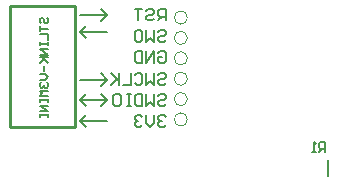
<source format=gbr>
%TF.GenerationSoftware,Altium Limited,Altium Designer,21.2.1 (34)*%
G04 Layer_Color=32896*
%FSLAX26Y26*%
%MOIN*%
%TF.SameCoordinates,A0A043E5-24E2-464B-A4FE-AC519CE3A301*%
%TF.FilePolarity,Positive*%
%TF.FileFunction,Legend,Bot*%
%TF.Part,Single*%
G01*
G75*
%TA.AperFunction,NonConductor*%
%ADD17C,0.003937*%
%ADD18C,0.010000*%
%ADD19C,0.005906*%
%ADD20C,0.007874*%
%ADD21C,0.001968*%
D17*
X740512Y639764D02*
G03*
X740512Y639764I-22009J0D01*
G01*
Y571810D02*
G03*
X740512Y571810I-22009J0D01*
G01*
Y503856D02*
G03*
X740512Y503856I-22009J0D01*
G01*
Y435902D02*
G03*
X740512Y435902I-22009J0D01*
G01*
Y367948D02*
G03*
X740512Y367948I-22009J0D01*
G01*
Y299994D02*
G03*
X740512Y299994I-22009J0D01*
G01*
D18*
X147638Y275591D02*
X364173D01*
X147638Y679134D02*
X364173D01*
Y275591D02*
Y679134D01*
X147638Y275591D02*
Y679134D01*
D19*
X1210630Y112205D02*
Y163386D01*
X252632Y621397D02*
X248040Y625989D01*
Y635172D01*
X252632Y639764D01*
X257224D01*
X261815Y635172D01*
Y625989D01*
X266407Y621397D01*
X270999D01*
X275591Y625989D01*
Y635172D01*
X270999Y639764D01*
X248040Y612214D02*
Y593847D01*
Y603030D01*
X275591D01*
X248040Y584663D02*
X275591D01*
Y566297D01*
X248040Y557113D02*
Y547930D01*
Y552521D01*
X275591D01*
Y557113D01*
Y547930D01*
Y534155D02*
X248040D01*
X275591Y515788D01*
X248040D01*
Y506604D02*
X275591D01*
X266407D01*
X248040Y488238D01*
X261815Y502013D01*
X275591Y488238D01*
X261815Y479054D02*
Y460688D01*
X248040Y451504D02*
X266407D01*
X275591Y442321D01*
X266407Y433137D01*
X248040D01*
X252632Y423954D02*
X248040Y419362D01*
Y410179D01*
X252632Y405587D01*
X257224D01*
X261815Y410179D01*
Y414771D01*
Y410179D01*
X266407Y405587D01*
X270999D01*
X275591Y410179D01*
Y419362D01*
X270999Y423954D01*
X275591Y396404D02*
X248040D01*
X257224Y387220D01*
X248040Y378037D01*
X275591D01*
X248040Y368853D02*
Y359670D01*
Y364262D01*
X275591D01*
Y368853D01*
Y359670D01*
Y345895D02*
X248040D01*
X275591Y327528D01*
X248040D01*
Y318345D02*
Y309161D01*
Y313753D01*
X275591D01*
Y318345D01*
Y309161D01*
X669291Y629921D02*
Y669279D01*
X649613D01*
X643053Y662719D01*
Y649600D01*
X649613Y643040D01*
X669291D01*
X656172D02*
X643053Y629921D01*
X603696Y662719D02*
X610255Y669279D01*
X623374D01*
X629934Y662719D01*
Y656160D01*
X623374Y649600D01*
X610255D01*
X603696Y643040D01*
Y636481D01*
X610255Y629921D01*
X623374D01*
X629934Y636481D01*
X590577Y669279D02*
X564338D01*
X577457D01*
Y629921D01*
X643053Y591551D02*
X649613Y598111D01*
X662732D01*
X669291Y591551D01*
Y584991D01*
X662732Y578432D01*
X649613D01*
X643053Y571872D01*
Y565313D01*
X649613Y558753D01*
X662732D01*
X669291Y565313D01*
X629934Y598111D02*
Y558753D01*
X616815Y571872D01*
X603696Y558753D01*
Y598111D01*
X570898D02*
X584017D01*
X590577Y591551D01*
Y565313D01*
X584017Y558753D01*
X570898D01*
X564338Y565313D01*
Y591551D01*
X570898Y598111D01*
X643053Y520383D02*
X649613Y526942D01*
X662732D01*
X669291Y520383D01*
Y494145D01*
X662732Y487585D01*
X649613D01*
X643053Y494145D01*
Y507264D01*
X656172D01*
X629934Y487585D02*
Y526942D01*
X603696Y487585D01*
Y526942D01*
X590577D02*
Y487585D01*
X570898D01*
X564338Y494145D01*
Y520383D01*
X570898Y526942D01*
X590577D01*
X643053Y449215D02*
X649613Y455774D01*
X662732D01*
X669291Y449215D01*
Y442655D01*
X662732Y436096D01*
X649613D01*
X643053Y429536D01*
Y422976D01*
X649613Y416417D01*
X662732D01*
X669291Y422976D01*
X629934Y455774D02*
Y416417D01*
X616815Y429536D01*
X603696Y416417D01*
Y455774D01*
X564338Y449215D02*
X570898Y455774D01*
X584017D01*
X590577Y449215D01*
Y422976D01*
X584017Y416417D01*
X570898D01*
X564338Y422976D01*
X551219Y455774D02*
Y416417D01*
X524981D01*
X511862Y455774D02*
Y416417D01*
Y429536D01*
X485623Y455774D01*
X505302Y436096D01*
X485623Y416417D01*
X643053Y378046D02*
X649613Y384606D01*
X662732D01*
X669291Y378046D01*
Y371487D01*
X662732Y364927D01*
X649613D01*
X643053Y358368D01*
Y351808D01*
X649613Y345249D01*
X662732D01*
X669291Y351808D01*
X629934Y384606D02*
Y345249D01*
X616815Y358368D01*
X603696Y345249D01*
Y384606D01*
X590577D02*
Y345249D01*
X570898D01*
X564338Y351808D01*
Y378046D01*
X570898Y384606D01*
X590577D01*
X551219D02*
X538100D01*
X544659D01*
Y345249D01*
X551219D01*
X538100D01*
X498743Y384606D02*
X511862D01*
X518421Y378046D01*
Y351808D01*
X511862Y345249D01*
X498743D01*
X492183Y351808D01*
Y378046D01*
X498743Y384606D01*
X669291Y306878D02*
X662732Y313438D01*
X649613D01*
X643053Y306878D01*
Y300319D01*
X649613Y293759D01*
X656172D01*
X649613D01*
X643053Y287200D01*
Y280640D01*
X649613Y274080D01*
X662732D01*
X669291Y280640D01*
X629934Y313438D02*
Y287200D01*
X616815Y274080D01*
X603696Y287200D01*
Y313438D01*
X590577Y306878D02*
X584017Y313438D01*
X570898D01*
X564338Y306878D01*
Y300319D01*
X570898Y293759D01*
X577457D01*
X570898D01*
X564338Y287200D01*
Y280640D01*
X570898Y274080D01*
X584017D01*
X590577Y280640D01*
X1199000Y191890D02*
Y223376D01*
X1183257D01*
X1178009Y218128D01*
Y207633D01*
X1183257Y202385D01*
X1199000D01*
X1188505D02*
X1178009Y191890D01*
X1167514D02*
X1157019D01*
X1162266D01*
Y223376D01*
X1167514Y218128D01*
D20*
X382874Y364173D02*
X403051Y343996D01*
X382874Y364173D02*
X403051Y384351D01*
X383858Y295276D02*
X473425D01*
X383858Y295276D02*
X404036Y315453D01*
X383858Y295276D02*
X404036Y275098D01*
X382874Y364173D02*
X472441D01*
X452264Y343996D02*
X472441Y364173D01*
X452264Y384351D02*
X472441Y364173D01*
X382874Y433071D02*
X472441D01*
X452264Y412894D02*
X472441Y433071D01*
X452264Y453248D02*
X472441Y433071D01*
X383858Y590551D02*
X473425D01*
X383858Y590551D02*
X404036Y610729D01*
X383858Y590551D02*
X404036Y570374D01*
X453248Y669784D02*
X473425Y649606D01*
X453248Y629429D02*
X473425Y649606D01*
X383858Y649606D02*
X473425D01*
D21*
X383858Y295276D02*
Y295276D01*
Y295276D02*
Y295276D01*
X472441Y364173D02*
Y364173D01*
Y364173D02*
Y364173D01*
Y433071D02*
Y433071D01*
Y433071D02*
Y433071D01*
X383858Y590551D02*
Y590551D01*
Y590551D02*
Y590551D01*
X473425Y649606D02*
Y649606D01*
Y649606D02*
Y649606D01*
%TF.MD5,b426efa24b156bbb0a193410fac0c4d1*%
M02*

</source>
